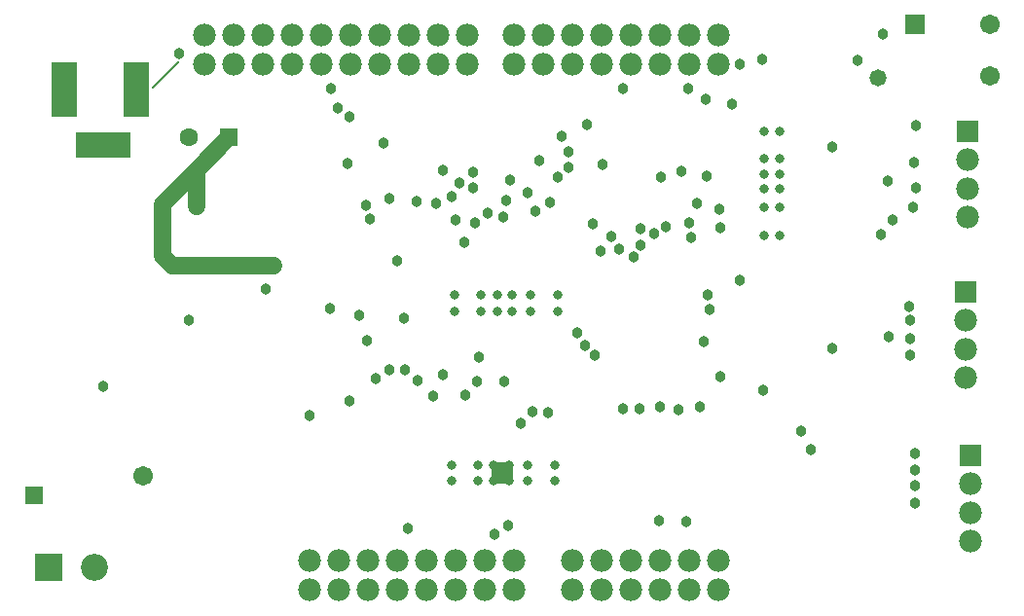
<source format=gbs>
G04*
G04 #@! TF.GenerationSoftware,Altium Limited,Altium Designer,19.1.7 (138)*
G04*
G04 Layer_Color=16711935*
%FSLAX25Y25*%
%MOIN*%
G70*
G01*
G75*
%ADD41R,0.06706X0.06706*%
%ADD47R,0.07800X0.07800*%
%ADD48R,0.18910X0.08674*%
%ADD49R,0.08674X0.18910*%
%ADD50R,0.06300X0.06300*%
%ADD51C,0.07800*%
%ADD52C,0.03300*%
%ADD53C,0.06706*%
%ADD54R,0.09265X0.09265*%
%ADD55C,0.09265*%
%ADD56C,0.06312*%
%ADD57R,0.06312X0.06312*%
%ADD58C,0.03800*%
%ADD59C,0.05800*%
%ADD93C,0.00800*%
%ADD94C,0.05906*%
D41*
X321705Y207358D02*
D03*
D47*
X180433Y53744D02*
D03*
X340700Y59828D02*
D03*
X339500Y170843D02*
D03*
X339000Y115842D02*
D03*
D48*
X43701Y166142D02*
D03*
D49*
X55118Y185039D02*
D03*
X30315D02*
D03*
D50*
X19800Y46000D02*
D03*
D51*
X340700Y49985D02*
D03*
Y40143D02*
D03*
Y30300D02*
D03*
X339500Y161000D02*
D03*
Y151157D02*
D03*
Y141315D02*
D03*
X339000Y106000D02*
D03*
Y96157D02*
D03*
Y86315D02*
D03*
X78173Y193622D02*
D03*
X88173D02*
D03*
X98173D02*
D03*
X108173D02*
D03*
X118173D02*
D03*
X128173D02*
D03*
X138173D02*
D03*
X148173D02*
D03*
X158173D02*
D03*
X168173D02*
D03*
X184173Y203622D02*
D03*
Y193622D02*
D03*
X194173Y203622D02*
D03*
Y193622D02*
D03*
X204173Y203622D02*
D03*
Y193622D02*
D03*
X214173Y203622D02*
D03*
Y193622D02*
D03*
X224173Y203622D02*
D03*
Y193622D02*
D03*
X234173Y203622D02*
D03*
Y193622D02*
D03*
X244173Y203622D02*
D03*
Y193622D02*
D03*
X254173Y203622D02*
D03*
Y193622D02*
D03*
X184173Y13622D02*
D03*
Y23622D02*
D03*
X174173Y13622D02*
D03*
Y23622D02*
D03*
X164173Y13622D02*
D03*
Y23622D02*
D03*
X154173Y13622D02*
D03*
Y23622D02*
D03*
X144173Y13622D02*
D03*
Y23622D02*
D03*
X134173Y13622D02*
D03*
Y23622D02*
D03*
X124173Y13622D02*
D03*
Y23622D02*
D03*
X114173Y13622D02*
D03*
Y23622D02*
D03*
X254173Y13622D02*
D03*
Y23622D02*
D03*
X244173Y13622D02*
D03*
Y23622D02*
D03*
X234173Y13622D02*
D03*
Y23622D02*
D03*
X224173Y13622D02*
D03*
Y23622D02*
D03*
X214173Y13622D02*
D03*
Y23622D02*
D03*
X204173D02*
D03*
X168173Y203622D02*
D03*
X158173D02*
D03*
X148173D02*
D03*
X138173D02*
D03*
X128173D02*
D03*
X118173D02*
D03*
X108173D02*
D03*
X98173D02*
D03*
X88173D02*
D03*
X78173D02*
D03*
X204173Y13622D02*
D03*
D52*
X188799Y56500D02*
D03*
Y50988D02*
D03*
X171870D02*
D03*
Y56500D02*
D03*
X177382Y50988D02*
D03*
Y56500D02*
D03*
X182500Y50988D02*
D03*
Y56500D02*
D03*
X162815Y50988D02*
D03*
Y56500D02*
D03*
X198248Y50988D02*
D03*
Y56500D02*
D03*
X189899Y114600D02*
D03*
Y109088D02*
D03*
X172970D02*
D03*
Y114600D02*
D03*
X178482Y109088D02*
D03*
Y114600D02*
D03*
X183600Y109088D02*
D03*
Y114600D02*
D03*
X163915Y109088D02*
D03*
Y114600D02*
D03*
X199348Y109088D02*
D03*
Y114600D02*
D03*
X275400Y144583D02*
D03*
X269888D02*
D03*
Y161512D02*
D03*
X275400D02*
D03*
X269888Y156000D02*
D03*
X275400D02*
D03*
X269888Y150882D02*
D03*
X275400D02*
D03*
X269888Y170567D02*
D03*
X275400D02*
D03*
X269888Y135134D02*
D03*
X275400D02*
D03*
D53*
X347295Y189642D02*
D03*
Y207358D02*
D03*
X57229Y52800D02*
D03*
D54*
X24909Y21500D02*
D03*
D55*
X40500D02*
D03*
D56*
X72921Y168600D02*
D03*
D57*
X86700D02*
D03*
D58*
X212000Y94100D02*
D03*
X221700Y75850D02*
D03*
X190500Y74600D02*
D03*
X186500Y70600D02*
D03*
X196000Y74300D02*
D03*
X147800Y34600D02*
D03*
X227200Y75700D02*
D03*
X234300Y76500D02*
D03*
X240700Y75400D02*
D03*
X171700Y84900D02*
D03*
X167500Y80200D02*
D03*
X202800Y163600D02*
D03*
X200600Y169000D02*
D03*
X203100Y158400D02*
D03*
X250700Y114800D02*
D03*
X205900Y101600D02*
D03*
X156500Y80000D02*
D03*
X151200Y85200D02*
D03*
X127800Y78400D02*
D03*
X248100Y76200D02*
D03*
X208600Y97400D02*
D03*
X251200Y109600D02*
D03*
X244900Y134200D02*
D03*
X199200Y154900D02*
D03*
X191654Y143488D02*
D03*
X188954Y149717D02*
D03*
X182802Y153900D02*
D03*
X196600Y146200D02*
D03*
X146700Y106700D02*
D03*
X144300Y126300D02*
D03*
X160000Y87400D02*
D03*
X172400Y93500D02*
D03*
X234000Y37400D02*
D03*
X182200Y35800D02*
D03*
X177600Y32700D02*
D03*
X227700Y131800D02*
D03*
X220300Y130300D02*
D03*
X225155Y127600D02*
D03*
X211400Y138900D02*
D03*
X217500Y134600D02*
D03*
X214100Y129700D02*
D03*
X227700Y137300D02*
D03*
X232400Y135600D02*
D03*
X250100Y181600D02*
D03*
X261600Y119600D02*
D03*
X244200Y139300D02*
D03*
X236400Y138000D02*
D03*
X164200Y140400D02*
D03*
X181700Y146900D02*
D03*
X180600Y141300D02*
D03*
X180900Y84900D02*
D03*
X293400Y165200D02*
D03*
X243900Y185300D02*
D03*
X258900Y180100D02*
D03*
X170300Y151400D02*
D03*
X165700Y153000D02*
D03*
X160000Y157300D02*
D03*
X170200Y156800D02*
D03*
X162900Y148200D02*
D03*
X157700Y146100D02*
D03*
X175200Y142700D02*
D03*
X170915Y139288D02*
D03*
X146900Y89100D02*
D03*
X141700Y88900D02*
D03*
X136900Y85900D02*
D03*
X249300Y98700D02*
D03*
X167200Y132600D02*
D03*
X319500Y110600D02*
D03*
X320100Y93900D02*
D03*
X319900Y99700D02*
D03*
Y105900D02*
D03*
X321500Y43400D02*
D03*
Y49200D02*
D03*
X321700Y54800D02*
D03*
X321600Y60200D02*
D03*
X285800Y61600D02*
D03*
X269700Y82000D02*
D03*
X255100Y86600D02*
D03*
X282500Y68000D02*
D03*
X293300Y96500D02*
D03*
X313800Y140400D02*
D03*
X321300Y160000D02*
D03*
X322050Y151300D02*
D03*
X73100Y106100D02*
D03*
X69600Y197400D02*
D03*
X192900Y160700D02*
D03*
X309800Y135200D02*
D03*
X312300Y153600D02*
D03*
X241600Y157100D02*
D03*
X269400Y195500D02*
D03*
X302100Y195000D02*
D03*
X310600Y204100D02*
D03*
X320900Y144800D02*
D03*
X321800Y172700D02*
D03*
X312500Y100200D02*
D03*
X209400Y172900D02*
D03*
X133600Y145300D02*
D03*
X246800Y146100D02*
D03*
X124100Y178700D02*
D03*
X99375Y116600D02*
D03*
X134900Y140602D02*
D03*
X131200Y107802D02*
D03*
X133800Y98900D02*
D03*
X121300Y109900D02*
D03*
X43700Y83400D02*
D03*
X250150Y155250D02*
D03*
X234625Y155100D02*
D03*
X254800Y137800D02*
D03*
X254600Y144100D02*
D03*
X114400Y73500D02*
D03*
X221500Y185300D02*
D03*
X139700Y166800D02*
D03*
X151115Y146588D02*
D03*
X141573Y147800D02*
D03*
X214600Y159400D02*
D03*
X127150Y159750D02*
D03*
X261700Y193700D02*
D03*
X121700Y185400D02*
D03*
X128000Y175800D02*
D03*
X243400Y37100D02*
D03*
D59*
X308900Y189100D02*
D03*
X75500Y145000D02*
D03*
D93*
X85100Y168600D02*
X86700D01*
X60650Y185750D02*
X69600Y194700D01*
D94*
X67200Y124700D02*
X101800D01*
X63800Y128100D02*
X67200Y124700D01*
X63800Y128100D02*
Y145700D01*
X75500Y145000D02*
Y157400D01*
X86700Y168600D01*
X63800Y145700D02*
X75500Y157400D01*
M02*

</source>
